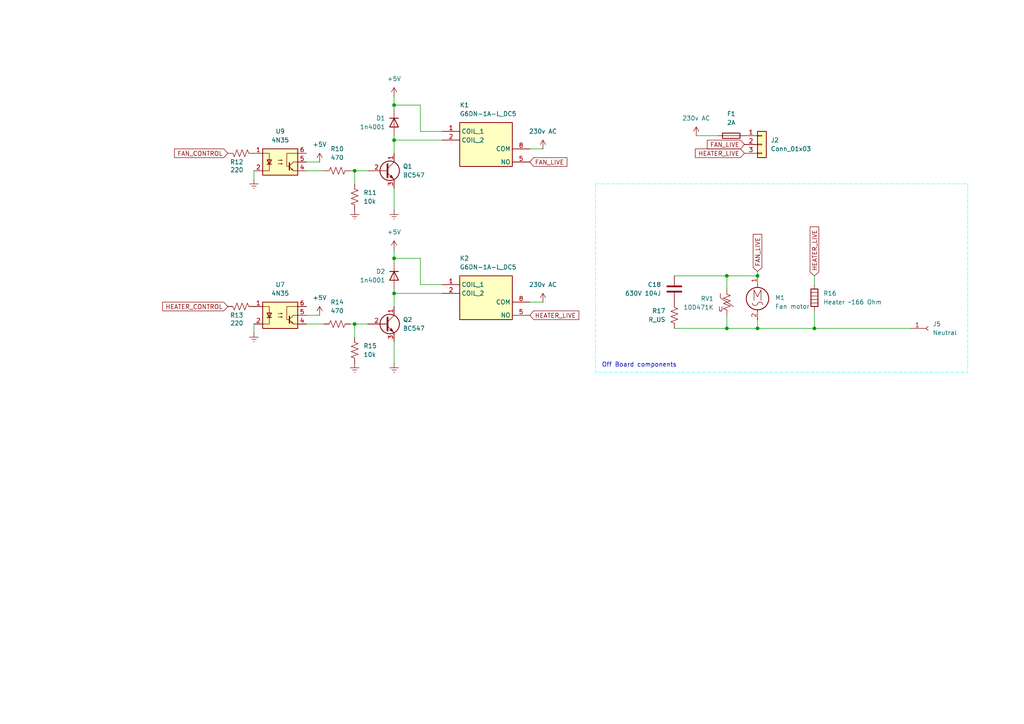
<source format=kicad_sch>
(kicad_sch (version 20231120) (generator "eeschema") (generator_version "8.0")
  (paper "A4")
  (lib_symbols
    (symbol "Connector:Conn_01x01_Socket" (pin_names (offset 1.016) hide)
      (property "Reference" "J" (at 0 2.54 0))
      (property "Value" "Conn_01x01_Socket" (at 0 -2.54 0))
      (symbol "Conn_01x01_Socket_1_1"
        (polyline (pts (xy -1.27 0) (xy -0.508 0)) (stroke (width 0.1524)))
        (arc (start 0 0.508) (mid -0.5058 0) (end 0 -0.508) (stroke (width 0.1524)))
        (pin passive line (at -5.08 0 0) (length 3.81) (name "Pin_1") (number "1"))
      )
    )
    (symbol "Connector_Generic:Conn_01x03" (pin_names (offset 1.016) hide)
      (property "Reference" "J" (at 0 5.08 0))
      (property "Value" "Conn_01x03" (at 0 -5.08 0))
      (symbol "Conn_01x03_1_1"
        (rectangle (start -1.27 -2.413) (end 0 -2.667) (stroke (width 0.1524)))
        (rectangle (start -1.27 0.127) (end 0 -0.127) (stroke (width 0.1524)))
        (rectangle (start -1.27 2.667) (end 0 2.413) (stroke (width 0.1524)))
        (rectangle (start -1.27 3.81) (end 1.27 -3.81) (stroke (width 0.254)) (fill (type background)))
        (pin passive line (at -5.08 2.54 0) (length 3.81) (name "Pin_1") (number "1"))
        (pin passive line (at -5.08 0 0) (length 3.81) (name "Pin_2") (number "2"))
        (pin passive line (at -5.08 -2.54 0) (length 3.81) (name "Pin_3") (number "3"))
      )
    )
    (symbol "Device:C" (pin_numbers hide) (pin_names (offset 0.254))
      (property "Reference" "C" (at 0.635 2.54 0))
      (property "Value" "C" (at 0.635 -2.54 0))
      (symbol "C_0_1"
        (polyline (pts (xy -2.032 -0.762) (xy 2.032 -0.762)) (stroke (width 0.508)))
        (polyline (pts (xy -2.032 0.762) (xy 2.032 0.762)) (stroke (width 0.508)))
      )
      (symbol "C_1_1"
        (pin passive line (at 0 3.81 270) (length 2.794) (name "~") (number "1"))
        (pin passive line (at 0 -3.81 90) (length 2.794) (name "~") (number "2"))
      )
    )
    (symbol "Device:D" (pin_numbers hide) (pin_names (offset 1.016) hide)
      (property "Reference" "D" (at 0 2.54 0))
      (property "Value" "D" (at 0 -2.54 0))
      (symbol "D_0_1"
        (polyline (pts (xy -1.27 1.27) (xy -1.27 -1.27)) (stroke (width 0.254)))
        (polyline (pts (xy 1.27 0) (xy -1.27 0)))
        (polyline (pts (xy 1.27 1.27) (xy 1.27 -1.27) (xy -1.27 0) (xy 1.27 1.27)) (stroke (width 0.254)))
      )
      (symbol "D_1_1"
        (pin passive line (at -3.81 0 0) (length 2.54) (name "K") (number "1"))
        (pin passive line (at 3.81 0 180) (length 2.54) (name "A") (number "2"))
      )
    )
    (symbol "Device:Fuse" (pin_numbers hide) (pin_names (offset 0))
      (property "Reference" "F" (at 2.032 0 90))
      (property "Value" "Fuse" (at -1.905 0 90))
      (symbol "Fuse_0_1"
        (rectangle (start -0.762 -2.54) (end 0.762 2.54) (stroke (width 0.254)))
        (polyline (pts (xy 0 2.54) (xy 0 -2.54)))
      )
      (symbol "Fuse_1_1"
        (pin passive line (at 0 3.81 270) (length 1.27) (name "~") (number "1"))
        (pin passive line (at 0 -3.81 90) (length 1.27) (name "~") (number "2"))
      )
    )
    (symbol "Device:Heater" (pin_numbers hide) (pin_names (offset 0))
      (property "Reference" "R" (at 2.032 0 90))
      (property "Value" "Heater" (at -2.032 0 90))
      (symbol "Heater_0_1"
        (rectangle (start -1.016 -2.54) (end 1.016 2.54) (stroke (width 0.254)))
        (polyline (pts (xy -1.016 1.524) (xy 1.016 1.524)))
        (polyline (pts (xy 1.016 -1.524) (xy -1.016 -1.524)))
        (polyline (pts (xy 1.016 -0.508) (xy -1.016 -0.508)))
        (polyline (pts (xy 1.016 0.508) (xy -1.016 0.508)))
      )
      (symbol "Heater_1_1"
        (pin passive line (at 0 3.81 270) (length 1.27) (name "~") (number "1"))
        (pin passive line (at 0 -3.81 90) (length 1.27) (name "~") (number "2"))
      )
    )
    (symbol "Device:R_US" (pin_numbers hide) (pin_names (offset 0))
      (property "Reference" "R" (at 2.54 0 90))
      (property "Value" "R_US" (at -2.54 0 90))
      (symbol "R_US_0_1"
        (polyline (pts (xy 0 -2.286) (xy 0 -2.54)))
        (polyline (pts (xy 0 2.286) (xy 0 2.54)))
        (polyline (pts (xy 0 -0.762) (xy 1.016 -1.143) (xy 0 -1.524) (xy -1.016 -1.905) (xy 0 -2.286)))
        (polyline (pts (xy 0 0.762) (xy 1.016 0.381) (xy 0 0) (xy -1.016 -0.381) (xy 0 -0.762)))
        (polyline (pts (xy 0 2.286) (xy 1.016 1.905) (xy 0 1.524) (xy -1.016 1.143) (xy 0 0.762)))
      )
      (symbol "R_US_1_1"
        (pin passive line (at 0 3.81 270) (length 1.27) (name "~") (number "1"))
        (pin passive line (at 0 -3.81 90) (length 1.27) (name "~") (number "2"))
      )
    )
    (symbol "Device:Varistor_US" (pin_numbers hide) (pin_names (offset 0))
      (property "Reference" "RV" (at 3.175 0 90))
      (property "Value" "Varistor_US" (at -3.175 0 90))
      (symbol "Varistor_US_0_0"
        (text "U" (at -1.778 -2.032 0) (effects (font (size 1.27 1.27))))
      )
      (symbol "Varistor_US_0_1"
        (polyline (pts (xy 0 -2.286) (xy 0 -2.54)))
        (polyline (pts (xy 0 2.286) (xy 0 2.54)))
        (polyline (pts (xy -1.905 2.54) (xy -1.905 1.27) (xy 1.905 -1.27)))
        (polyline (pts (xy 0 -0.762) (xy 1.016 -1.143) (xy 0 -1.524) (xy -1.016 -1.905) (xy 0 -2.286)))
        (polyline (pts (xy 0 0.762) (xy 1.016 0.381) (xy 0 0) (xy -1.016 -0.381) (xy 0 -0.762)))
        (polyline (pts (xy 0 2.286) (xy 1.016 1.905) (xy 0 1.524) (xy -1.016 1.143) (xy 0 0.762)))
      )
      (symbol "Varistor_US_1_1"
        (pin passive line (at 0 3.81 270) (length 1.27) (name "~") (number "1"))
        (pin passive line (at 0 -3.81 90) (length 1.27) (name "~") (number "2"))
      )
    )
    (symbol "Isolator:4N35" (pin_names (offset 1.016))
      (property "Reference" "U" (at -5.08 5.08 0))
      (property "Value" "4N35" (at 0 5.08 0))
      (symbol "4N35_0_1"
        (rectangle (start -5.08 3.81) (end 5.08 -3.81) (stroke (width 0.254)) (fill (type background)))
        (polyline (pts (xy -3.81 -0.635) (xy -2.54 -0.635)) (stroke (width 0.254)))
        (polyline (pts (xy 2.667 -1.397) (xy 3.81 -2.54)))
        (polyline (pts (xy 2.667 -1.143) (xy 3.81 0)))
        (polyline (pts (xy 3.81 -2.54) (xy 5.08 -2.54)))
        (polyline (pts (xy 3.81 0) (xy 5.08 0)))
        (polyline (pts (xy 2.667 -0.254) (xy 2.667 -2.286) (xy 2.667 -2.286)) (stroke (width 0.3556)))
        (polyline (pts (xy -5.08 -2.54) (xy -3.175 -2.54) (xy -3.175 2.54) (xy -5.08 2.54)))
        (polyline (pts (xy -3.175 -0.635) (xy -3.81 0.635) (xy -2.54 0.635) (xy -3.175 -0.635)) (stroke (width 0.254)))
        (polyline (pts (xy 3.683 -2.413) (xy 3.429 -1.905) (xy 3.175 -2.159) (xy 3.683 -2.413)))
        (polyline (pts (xy 5.08 2.54) (xy 1.905 2.54) (xy 1.905 -1.27) (xy 2.54 -1.27)))
        (polyline (pts (xy -0.635 -0.508) (xy 0.635 -0.508) (xy 0.254 -0.635) (xy 0.254 -0.381) (xy 0.635 -0.508)))
        (polyline (pts (xy -0.635 0.508) (xy 0.635 0.508) (xy 0.254 0.381) (xy 0.254 0.635) (xy 0.635 0.508)))
      )
      (symbol "4N35_1_1"
        (pin passive line (at -7.62 2.54 0) (length 2.54) (name "~") (number "1"))
        (pin passive line (at -7.62 -2.54 0) (length 2.54) (name "~") (number "2"))
        (pin no_connect line (at -5.08 0 0) (length 2.54) hide (name "NC") (number "3"))
        (pin passive line (at 7.62 -2.54 180) (length 2.54) (name "~") (number "4"))
        (pin passive line (at 7.62 0 180) (length 2.54) (name "~") (number "5"))
        (pin passive line (at 7.62 2.54 180) (length 2.54) (name "~") (number "6"))
      )
    )
    (symbol "Motor:Motor_AC" (pin_names (offset 0))
      (property "Reference" "M" (at 2.54 2.54 0))
      (property "Value" "Motor_AC" (at 2.54 -5.08 0))
      (symbol "Motor_AC_0_0"
        (arc (start -1.524 -2.794) (mid -0.8654 -3.5217) (end 0 -3.048))
        (polyline (pts (xy -1.016 -2.032) (xy -1.016 1.016) (xy 0 -1.016) (xy 1.016 1.016) (xy 1.016 -2.032)))
        (arc (start 1.524 -3.302) (mid 0.85 -2.5503) (end 0 -3.048))
      )
      (symbol "Motor_AC_0_1"
        (circle (center 0 -1.524) (radius 3.2512) (stroke (width 0.254)))
        (polyline (pts (xy 0 -7.62) (xy 0 -7.112)))
        (polyline (pts (xy 0 -4.7752) (xy 0 -5.1816)))
        (polyline (pts (xy 0 1.7272) (xy 0 2.0828)))
        (polyline (pts (xy 0 2.032) (xy 0 2.54)))
      )
      (symbol "Motor_AC_1_1"
        (pin passive line (at 0 5.08 270) (length 2.54) (name "~") (number "1"))
        (pin passive line (at 0 -7.62 90) (length 2.54) (name "~") (number "2"))
      )
    )
    (symbol "SamacSys_Parts:G6DN-1A-L_DC5"
      (property "Reference" "K1" (at 5.08 7.62 0))
      (property "Value" "G6DN-1A-L_DC5" (at 5.08 5.08 0))
      (symbol "G6DN-1A-L_DC5_1_1"
        (rectangle (start 5.08 2.54) (end 20.32 -10.16) (stroke (width 0.254)) (fill (type background)))
        (pin passive line (at 0 0 0) (length 5.08) (name "COIL_1") (number "1"))
        (pin passive line (at 0 -2.54 0) (length 5.08) (name "COIL_2") (number "2"))
        (pin passive line (at 25.4 -8.89 180) (length 5.08) (name "NO") (number "5"))
        (pin passive line (at 25.4 -5.08 180) (length 5.08) (name "COM") (number "8"))
      )
    )
    (symbol "Transistor_BJT:BC547" (pin_names (offset 0) hide)
      (property "Reference" "Q" (at 5.08 1.905 0))
      (property "Value" "BC547" (at 5.08 0 0))
      (symbol "BC547_0_1"
        (polyline (pts (xy 0 0) (xy 0.635 0)))
        (polyline (pts (xy 0.635 0.635) (xy 2.54 2.54)))
        (polyline (pts (xy 0.635 -0.635) (xy 2.54 -2.54) (xy 2.54 -2.54)))
        (polyline (pts (xy 0.635 1.905) (xy 0.635 -1.905) (xy 0.635 -1.905)) (stroke (width 0.508)))
        (polyline (pts (xy 1.27 -1.778) (xy 1.778 -1.27) (xy 2.286 -2.286) (xy 1.27 -1.778) (xy 1.27 -1.778)) (fill (type outline)))
        (circle (center 1.27 0) (radius 2.8194) (stroke (width 0.254)))
      )
      (symbol "BC547_1_1"
        (pin passive line (at 2.54 5.08 270) (length 2.54) (name "C") (number "1"))
        (pin input line (at -5.08 0 0) (length 5.08) (name "B") (number "2"))
        (pin passive line (at 2.54 -5.08 90) (length 2.54) (name "E") (number "3"))
      )
    )
    (symbol "power:+5V" (power) (pin_numbers hide) (pin_names (offset 0) hide)
      (property "Value" "+5V" (at 0 3.556 0))
      (symbol "+5V_0_1"
        (polyline (pts (xy -0.762 1.27) (xy 0 2.54)))
        (polyline (pts (xy 0 0) (xy 0 2.54)))
        (polyline (pts (xy 0 2.54) (xy 0.762 1.27)))
      )
      (symbol "+5V_1_1"
        (pin power_in line (at 0 0 90) (length 0) (name "~") (number "1"))
      )
    )
    (symbol "power:Earth" (power) (pin_numbers hide) (pin_names (offset 0) hide)
      (property "Value" "Earth" (at 0 -3.81 0))
      (symbol "Earth_0_1"
        (polyline (pts (xy -0.635 -1.905) (xy 0.635 -1.905)))
        (polyline (pts (xy -0.127 -2.54) (xy 0.127 -2.54)))
        (polyline (pts (xy 0 -1.27) (xy 0 0)))
        (polyline (pts (xy 1.27 -1.27) (xy -1.27 -1.27)))
      )
      (symbol "Earth_1_1"
        (pin power_in line (at 0 0 270) (length 0) (name "~") (number "1"))
      )
    )
    (symbol "power:LINE" (power) (pin_numbers hide) (pin_names (offset 0) hide)
      (property "Value" "LINE" (at 0 3.556 0))
      (symbol "LINE_0_1"
        (polyline (pts (xy -0.762 1.27) (xy 0 2.54)))
        (polyline (pts (xy 0 0) (xy 0 2.54)))
        (polyline (pts (xy 0 2.54) (xy 0.762 1.27)))
      )
      (symbol "LINE_1_1"
        (pin power_in line (at 0 0 90) (length 0) (name "~") (number "1"))
      )
    )
  )
  (junction (at 219.71 95.25))
  (junction (at 102.87 93.98))
  (junction (at 114.3 74.93))
  (junction (at 210.82 95.25))
  (junction (at 114.3 40.64))
  (junction (at 114.3 30.48))
  (junction (at 102.87 49.53))
  (junction (at 219.71 80.01))
  (junction (at 210.82 80.01))
  (junction (at 236.22 95.25))
  (junction (at 114.3 85.09))
  (wire (pts (xy 88.9 49.53) (xy 93.98 49.53)))
  (wire (pts (xy 201.93 39.37) (xy 208.28 39.37)))
  (wire (pts (xy 102.87 49.53) (xy 106.68 49.53)))
  (wire (pts (xy 236.22 95.25) (xy 219.71 95.25)))
  (wire (pts (xy 114.3 85.09) (xy 114.3 88.9)))
  (wire (pts (xy 101.6 49.53) (xy 102.87 49.53)))
  (wire (pts (xy 114.3 72.39) (xy 114.3 74.93)))
  (wire (pts (xy 195.58 95.25) (xy 210.82 95.25)))
  (wire (pts (xy 114.3 30.48) (xy 114.3 31.75)))
  (wire (pts (xy 101.6 93.98) (xy 102.87 93.98)))
  (wire (pts (xy 88.9 93.98) (xy 93.98 93.98)))
  (wire (pts (xy 153.67 43.18) (xy 157.48 43.18)))
  (wire (pts (xy 114.3 54.61) (xy 114.3 60.96)))
  (wire (pts (xy 88.9 46.99) (xy 92.71 46.99)))
  (wire (pts (xy 210.82 80.01) (xy 219.71 80.01)))
  (wire (pts (xy 102.87 93.98) (xy 102.87 97.79)))
  (wire (pts (xy 114.3 27.94) (xy 114.3 30.48)))
  (wire (pts (xy 73.66 93.98) (xy 73.66 96.52)))
  (wire (pts (xy 102.87 49.53) (xy 102.87 53.34)))
  (wire (pts (xy 121.92 74.93) (xy 114.3 74.93)))
  (wire (pts (xy 236.22 90.17) (xy 236.22 95.25)))
  (wire (pts (xy 114.3 83.82) (xy 114.3 85.09)))
  (wire (pts (xy 210.82 83.82) (xy 210.82 80.01)))
  (wire (pts (xy 114.3 40.64) (xy 114.3 44.45)))
  (wire (pts (xy 88.9 91.44) (xy 92.71 91.44)))
  (wire (pts (xy 195.58 80.01) (xy 210.82 80.01)))
  (wire (pts (xy 121.92 82.55) (xy 121.92 74.93)))
  (wire (pts (xy 121.92 38.1) (xy 121.92 30.48)))
  (wire (pts (xy 210.82 91.44) (xy 210.82 95.25)))
  (wire (pts (xy 114.3 74.93) (xy 114.3 76.2)))
  (wire (pts (xy 73.66 49.53) (xy 73.66 52.07)))
  (wire (pts (xy 236.22 80.01) (xy 236.22 82.55)))
  (wire (pts (xy 114.3 99.06) (xy 114.3 105.41)))
  (wire (pts (xy 264.16 95.25) (xy 236.22 95.25)))
  (wire (pts (xy 128.27 82.55) (xy 121.92 82.55)))
  (wire (pts (xy 128.27 38.1) (xy 121.92 38.1)))
  (wire (pts (xy 102.87 93.98) (xy 106.68 93.98)))
  (wire (pts (xy 128.27 85.09) (xy 114.3 85.09)))
  (wire (pts (xy 153.67 87.63) (xy 157.48 87.63)))
  (wire (pts (xy 128.27 40.64) (xy 114.3 40.64)))
  (wire (pts (xy 114.3 39.37) (xy 114.3 40.64)))
  (wire (pts (xy 210.82 95.25) (xy 219.71 95.25)))
  (wire (pts (xy 219.71 95.25) (xy 219.71 92.71)))
  (wire (pts (xy 219.71 78.74) (xy 219.71 80.01)))
  (wire (pts (xy 121.92 30.48) (xy 114.3 30.48)))
  (rectangle (start 172.72 53.34) (end 280.67 107.95) (stroke (width 0.1) (type dash) (color 0 242 255 1)))
  (text "Off Board components\n" (at 185.42 105.918 0) (effects (font (size 1.27 1.27))))
  (global_label "FAN_LIVE" (shape input) (at 219.71 78.74 90) (property "Intersheetrefs" "${INTERSHEET_REFS}" (effects (hide yes))))
  (global_label "FAN_CONTROL" (shape input) (at 66.04 44.45 180) (property "Intersheetrefs" "${INTERSHEET_REFS}" (effects (hide yes))))
  (global_label "HEATER_LIVE" (shape input) (at 236.22 80.01 90) (property "Intersheetrefs" "${INTERSHEET_REFS}" (effects (hide yes))))
  (global_label "FAN_LIVE" (shape input) (at 215.9 41.91 180) (property "Intersheetrefs" "${INTERSHEET_REFS}" (effects (hide yes))))
  (global_label "FAN_LIVE" (shape input) (at 153.67 46.99 0) (property "Intersheetrefs" "${INTERSHEET_REFS}" (effects (hide yes))))
  (global_label "HEATER_LIVE" (shape input) (at 215.9 44.45 180) (property "Intersheetrefs" "${INTERSHEET_REFS}" (effects (hide yes))))
  (global_label "HEATER_LIVE" (shape input) (at 153.67 91.44 0) (property "Intersheetrefs" "${INTERSHEET_REFS}" (effects (hide yes))))
  (global_label "HEATER_CONTROL" (shape input) (at 66.04 88.9 180) (property "Intersheetrefs" "${INTERSHEET_REFS}" (effects (hide yes))))
  (symbol (lib_id "SamacSys_Parts:G6DN-1A-L_DC5") (at 128.27 38.1 0) (unit 1)
    (property "Reference" "K1" (at 133.35 30.48 0) (effects (justify left)))
    (property "Value" "G6DN-1A-L_DC5" (at 133.35 33.02 0) (effects (justify left)))
    (property "Footprint" "G6DN-1A-L" (effects (hide yes)))
    (property "Datasheet" "https://datasheet.datasheetarchive.com/originals/distributors/DKDS-9/177177.pdf" (effects (hide yes)))
    (property "Description" "OMRON ELECTRONIC COMPONENTS - G6DN-1A-L DC5. - POWER RELAY, SPST-NO, 5A, 250VAC, TH" (effects (hide yes)))
    (property "Mouser Part Number" "653-G6DN-1A-LDC5" (effects (hide yes)))
    (property "Mouser Price/Stock" "https://www.mouser.co.uk/ProductDetail/Omron-Electronics/G6DN-1A-L-DC5?qs=Mv7BduZupUhZB902RCoZGQ%3D%3D" (effects (hide yes)))
    (property "Manufacturer_Name" "Omron Electronics" (effects (hide yes)))
    (property "Manufacturer_Part_Number" "G6DN-1A-L DC5" (effects (hide yes)))
  )
  (symbol (lib_id "power:+5V") (at 114.3 72.39 0) (unit 1)
    (property "Reference" "#PWR073" (effects (hide yes)))
    (property "Value" "+5V" (at 114.3 67.31 0))
    (property "Description" "Power symbol creates a global label with name \"+5V\"" (effects (hide yes)))
  )
  (symbol (lib_id "Connector_Generic:Conn_01x03") (at 220.98 41.91 0) (unit 1)
    (property "Reference" "J2" (at 223.52 40.6399 0) (effects (justify left)))
    (property "Value" "Conn_01x03" (at 223.52 43.1799 0) (effects (justify left)))
    (property "Description" "Generic connector, single row, 01x03, script generated (kicad-library-utils/schlib/autogen/connector/)" (effects (hide yes)))
  )
  (symbol (lib_id "power:Earth") (at 73.66 52.07 0) (unit 1)
    (property "Reference" "#PWR067" (effects (hide yes)))
    (property "Value" "Earth" (effects (hide yes)))
    (property "Description" "Power symbol creates a global label with name \"Earth\"" (effects (hide yes)))
  )
  (symbol (lib_id "Device:Heater") (at 236.22 86.36 0) (unit 1) (on_board no)
    (property "Reference" "R16" (at 238.76 85.0899 0) (effects (justify left)))
    (property "Value" "Heater ~166 Ohm" (at 238.76 87.6299 0) (effects (justify left)))
    (property "Description" "Resistive heater" (effects (hide yes)))
  )
  (symbol (lib_id "Device:Fuse") (at 212.09 39.37 90) (unit 1)
    (property "Reference" "F1" (at 212.09 33.02 90))
    (property "Value" "2A" (at 212.09 35.56 90))
    (property "Description" "Fuse" (effects (hide yes)))
  )
  (symbol (lib_id "Device:R_US") (at 102.87 57.15 180) (unit 1)
    (property "Reference" "R11" (at 105.41 55.8799 0) (effects (justify right)))
    (property "Value" "10k" (at 105.41 58.4199 0) (effects (justify right)))
    (property "Description" "Resistor, US symbol" (effects (hide yes)))
  )
  (symbol (lib_id "power:+5V") (at 92.71 91.44 0) (unit 1)
    (property "Reference" "#PWR071" (effects (hide yes)))
    (property "Value" "+5V" (at 92.71 86.36 0))
    (property "Description" "Power symbol creates a global label with name \"+5V\"" (effects (hide yes)))
  )
  (symbol (lib_id "power:Earth") (at 102.87 105.41 0) (unit 1)
    (property "Reference" "#PWR072" (effects (hide yes)))
    (property "Value" "Earth" (effects (hide yes)))
    (property "Description" "Power symbol creates a global label with name \"Earth\"" (effects (hide yes)))
  )
  (symbol (lib_id "Connector:Conn_01x01_Socket") (at 269.24 95.25 0) (unit 1) (on_board no)
    (property "Reference" "J5" (at 270.51 93.9799 0) (effects (justify left)))
    (property "Value" "Neutral" (at 270.51 96.5199 0) (effects (justify left)))
    (property "Description" "Generic connector, single row, 01x01, script generated" (effects (hide yes)))
  )
  (symbol (lib_id "Motor:Motor_AC") (at 219.71 85.09 0) (unit 1) (on_board no)
    (property "Reference" "M1" (at 224.79 86.3599 0) (effects (justify left)))
    (property "Value" "Fan motor" (at 224.79 88.8999 0) (effects (justify left)))
    (property "Description" "AC Motor" (effects (hide yes)))
  )
  (symbol (lib_id "Device:D") (at 114.3 80.01 90) (mirror x) (unit 1)
    (property "Reference" "D2" (at 111.76 78.7399 90) (effects (justify left)))
    (property "Value" "1n4001" (at 111.76 81.2799 90) (effects (justify left)))
    (property "Description" "Diode" (effects (hide yes)))
    (property "Sim.Device" "D" (effects (hide yes)))
    (property "Sim.Pins" "1=K 2=A" (effects (hide yes)))
  )
  (symbol (lib_id "Device:Varistor_US") (at 210.82 87.63 0) (unit 1) (on_board no)
    (property "Reference" "RV1" (at 207.01 86.6167 0) (effects (justify right)))
    (property "Value" "10D471K" (at 207.01 89.1567 0) (effects (justify right)))
    (property "Description" "Voltage dependent resistor, US symbol" (effects (hide yes)))
    (property "Sim.Name" "kicad_builtin_varistor" (effects (hide yes)))
    (property "Sim.Device" "SUBCKT" (effects (hide yes)))
    (property "Sim.Pins" "1=A 2=B" (effects (hide yes)))
    (property "Sim.Params" "threshold=1k" (effects (hide yes)))
    (property "Sim.Library" "${KICAD7_SYMBOL_DIR}/Simulation_SPICE.sp" (effects (hide yes)))
  )
  (symbol (lib_id "power:LINE") (at 201.93 39.37 0) (unit 1)
    (property "Reference" "#PWR076" (effects (hide yes)))
    (property "Value" "230v AC" (at 201.93 34.29 0))
    (property "Description" "Power symbol creates a global label with name \"LINE\"" (effects (hide yes)))
  )
  (symbol (lib_id "Device:R_US") (at 69.85 44.45 270) (mirror x) (unit 1)
    (property "Reference" "R12" (at 70.612 46.99 90) (effects (justify right)))
    (property "Value" "220" (at 70.6121 49.276 90) (effects (justify right)))
    (property "Description" "Resistor, US symbol" (effects (hide yes)))
  )
  (symbol (lib_id "SamacSys_Parts:G6DN-1A-L_DC5") (at 128.27 82.55 0) (unit 1)
    (property "Reference" "K2" (at 133.35 74.93 0) (effects (justify left)))
    (property "Value" "G6DN-1A-L_DC5" (at 133.35 77.47 0) (effects (justify left)))
    (property "Footprint" "G6DN-1A-L" (effects (hide yes)))
    (property "Datasheet" "https://datasheet.datasheetarchive.com/originals/distributors/DKDS-9/177177.pdf" (effects (hide yes)))
    (property "Description" "OMRON ELECTRONIC COMPONENTS - G6DN-1A-L DC5. - POWER RELAY, SPST-NO, 5A, 250VAC, TH" (effects (hide yes)))
    (property "Mouser Part Number" "653-G6DN-1A-LDC5" (effects (hide yes)))
    (property "Mouser Price/Stock" "https://www.mouser.co.uk/ProductDetail/Omron-Electronics/G6DN-1A-L-DC5?qs=Mv7BduZupUhZB902RCoZGQ%3D%3D" (effects (hide yes)))
    (property "Manufacturer_Name" "Omron Electronics" (effects (hide yes)))
    (property "Manufacturer_Part_Number" "G6DN-1A-L DC5" (effects (hide yes)))
  )
  (symbol (lib_id "Device:R_US") (at 69.85 88.9 270) (mirror x) (unit 1)
    (property "Reference" "R13" (at 70.612 91.44 90) (effects (justify right)))
    (property "Value" "220" (at 70.6121 93.726 90) (effects (justify right)))
    (property "Description" "Resistor, US symbol" (effects (hide yes)))
  )
  (symbol (lib_id "Device:D") (at 114.3 35.56 90) (mirror x) (unit 1)
    (property "Reference" "D1" (at 111.76 34.2899 90) (effects (justify left)))
    (property "Value" "1n4001" (at 111.76 36.8299 90) (effects (justify left)))
    (property "Description" "Diode" (effects (hide yes)))
    (property "Sim.Device" "D" (effects (hide yes)))
    (property "Sim.Pins" "1=K 2=A" (effects (hide yes)))
  )
  (symbol (lib_id "power:Earth") (at 114.3 105.41 0) (unit 1)
    (property "Reference" "#PWR074" (effects (hide yes)))
    (property "Value" "Earth" (effects (hide yes)))
    (property "Description" "Power symbol creates a global label with name \"Earth\"" (effects (hide yes)))
  )
  (symbol (lib_id "Transistor_BJT:BC547") (at 111.76 49.53 0) (unit 1)
    (property "Reference" "Q1" (at 116.84 48.2599 0) (effects (justify left)))
    (property "Value" "BC547" (at 116.84 50.7999 0) (effects (justify left)))
    (property "Footprint" "Package_TO_SOT_THT:TO-92_Inline" (effects (hide yes)))
    (property "Datasheet" "https://www.onsemi.com/pub/Collateral/BC550-D.pdf" (effects (hide yes)))
    (property "Description" "0.1A Ic, 45V Vce, Small Signal NPN Transistor, TO-92" (effects (hide yes)))
  )
  (symbol (lib_id "Device:R_US") (at 102.87 101.6 180) (unit 1)
    (property "Reference" "R15" (at 105.41 100.3299 0) (effects (justify right)))
    (property "Value" "10k" (at 105.41 102.8699 0) (effects (justify right)))
    (property "Description" "Resistor, US symbol" (effects (hide yes)))
  )
  (symbol (lib_id "Device:C") (at 195.58 83.82 0) (unit 1) (on_board no)
    (property "Reference" "C18" (at 191.77 82.5499 0) (effects (justify right)))
    (property "Value" "630V 104J" (at 191.77 85.0899 0) (effects (justify right)))
    (property "Description" "Unpolarized capacitor" (effects (hide yes)))
  )
  (symbol (lib_id "power:LINE") (at 157.48 87.63 0) (unit 1)
    (property "Reference" "#PWR075" (effects (hide yes)))
    (property "Value" "230v AC" (at 157.48 82.55 0))
    (property "Description" "Power symbol creates a global label with name \"LINE\"" (effects (hide yes)))
  )
  (symbol (lib_id "power:+5V") (at 92.71 46.99 0) (unit 1)
    (property "Reference" "#PWR068" (effects (hide yes)))
    (property "Value" "+5V" (at 92.71 41.91 0))
    (property "Description" "Power symbol creates a global label with name \"+5V\"" (effects (hide yes)))
  )
  (symbol (lib_id "power:+5V") (at 114.3 27.94 0) (unit 1)
    (property "Reference" "#PWR066" (effects (hide yes)))
    (property "Value" "+5V" (at 114.3 22.86 0))
    (property "Description" "Power symbol creates a global label with name \"+5V\"" (effects (hide yes)))
  )
  (symbol (lib_id "Transistor_BJT:BC547") (at 111.76 93.98 0) (unit 1)
    (property "Reference" "Q2" (at 116.84 92.7099 0) (effects (justify left)))
    (property "Value" "BC547" (at 116.84 95.2499 0) (effects (justify left)))
    (property "Footprint" "Package_TO_SOT_THT:TO-92_Inline" (effects (hide yes)))
    (property "Datasheet" "https://www.onsemi.com/pub/Collateral/BC550-D.pdf" (effects (hide yes)))
    (property "Description" "0.1A Ic, 45V Vce, Small Signal NPN Transistor, TO-92" (effects (hide yes)))
  )
  (symbol (lib_id "Device:R_US") (at 195.58 91.44 0) (unit 1) (on_board no)
    (property "Reference" "R17" (at 193.04 90.1699 0) (effects (justify right)))
    (property "Value" "R_US" (at 193.04 92.7099 0) (effects (justify right)))
    (property "Description" "Resistor, US symbol" (effects (hide yes)))
  )
  (symbol (lib_id "Device:R_US") (at 97.79 49.53 90) (unit 1)
    (property "Reference" "R10" (at 97.79 43.18 90))
    (property "Value" "470" (at 97.79 45.72 90))
    (property "Description" "Resistor, US symbol" (effects (hide yes)))
  )
  (symbol (lib_id "power:LINE") (at 157.48 43.18 0) (unit 1)
    (property "Reference" "#PWR069" (effects (hide yes)))
    (property "Value" "230v AC" (at 157.48 38.1 0))
    (property "Description" "Power symbol creates a global label with name \"LINE\"" (effects (hide yes)))
  )
  (symbol (lib_id "power:Earth") (at 114.3 60.96 0) (unit 1)
    (property "Reference" "#PWR065" (effects (hide yes)))
    (property "Value" "Earth" (effects (hide yes)))
    (property "Description" "Power symbol creates a global label with name \"Earth\"" (effects (hide yes)))
  )
  (symbol (lib_id "Device:R_US") (at 97.79 93.98 90) (unit 1)
    (property "Reference" "R14" (at 97.79 87.63 90))
    (property "Value" "470" (at 97.79 90.17 90))
    (property "Description" "Resistor, US symbol" (effects (hide yes)))
  )
  (symbol (lib_id "power:Earth") (at 102.87 60.96 0) (unit 1)
    (property "Reference" "#PWR064" (effects (hide yes)))
    (property "Value" "Earth" (effects (hide yes)))
    (property "Description" "Power symbol creates a global label with name \"Earth\"" (effects (hide yes)))
  )
  (symbol (lib_id "Isolator:4N35") (at 81.28 91.44 0) (unit 1)
    (property "Reference" "U7" (at 81.28 82.55 0))
    (property "Value" "4N35" (at 81.28 85.09 0))
    (property "Footprint" "Package_DIP:DIP-6_W7.62mm" (effects (hide yes)))
    (property "Datasheet" "https://www.vishay.com/docs/81181/4n35.pdf" (effects (hide yes)))
    (property "Description" "Optocoupler, Phototransistor Output, with Base Connection, Vce 70V, CTR 100%, Viso 5000V, DIP6" (effects (hide yes)))
  )
  (symbol (lib_id "Isolator:4N35") (at 81.28 46.99 0) (unit 1)
    (property "Reference" "U9" (at 81.28 38.1 0))
    (property "Value" "4N35" (at 81.28 40.64 0))
    (property "Footprint" "Package_DIP:DIP-6_W7.62mm" (effects (hide yes)))
    (property "Datasheet" "https://www.vishay.com/docs/81181/4n35.pdf" (effects (hide yes)))
    (property "Description" "Optocoupler, Phototransistor Output, with Base Connection, Vce 70V, CTR 100%, Viso 5000V, DIP6" (effects (hide yes)))
  )
  (symbol (lib_id "power:Earth") (at 73.66 96.52 0) (unit 1)
    (property "Reference" "#PWR070" (effects (hide yes)))
    (property "Value" "Earth" (effects (hide yes)))
    (property "Description" "Power symbol creates a global label with name \"Earth\"" (effects (hide yes)))
  )
)
</source>
